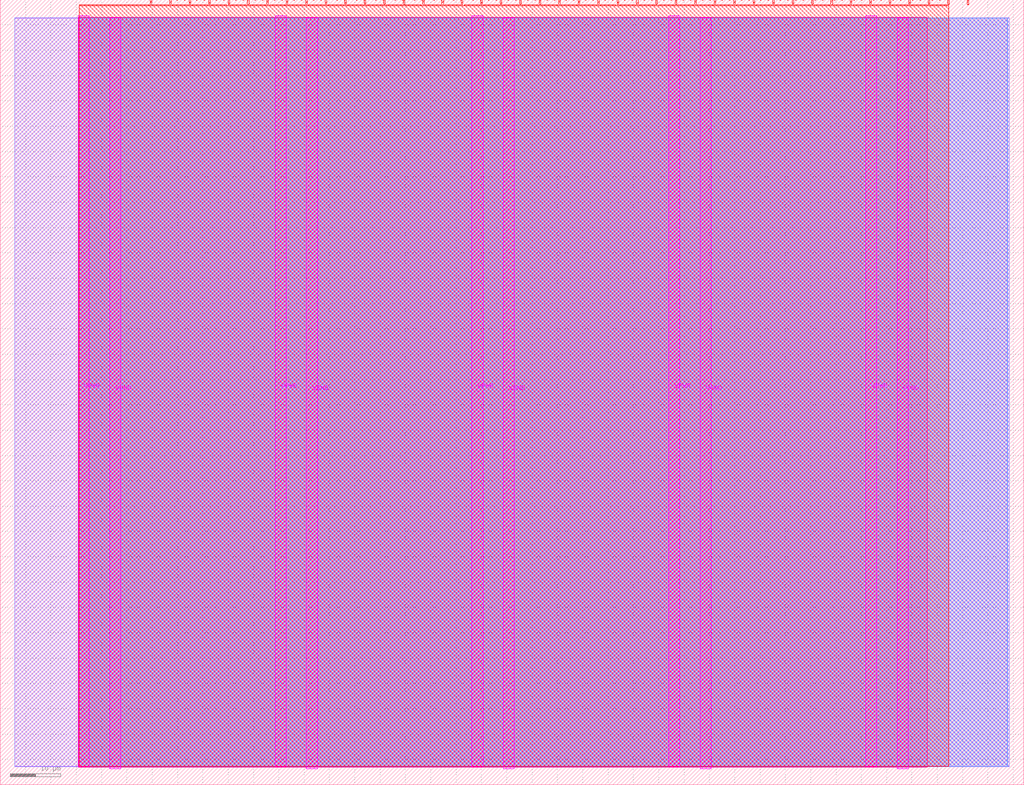
<source format=lef>
VERSION 5.7 ;
  NOWIREEXTENSIONATPIN ON ;
  DIVIDERCHAR "/" ;
  BUSBITCHARS "[]" ;
MACRO tt_um_tomolt_rasterizer
  CLASS BLOCK ;
  FOREIGN tt_um_tomolt_rasterizer ;
  ORIGIN 0.000 0.000 ;
  SIZE 202.080 BY 154.980 ;
  PIN VGND
    DIRECTION INOUT ;
    USE GROUND ;
    PORT
      LAYER TopMetal1 ;
        RECT 21.580 3.150 23.780 151.420 ;
    END
    PORT
      LAYER TopMetal1 ;
        RECT 60.450 3.150 62.650 151.420 ;
    END
    PORT
      LAYER TopMetal1 ;
        RECT 99.320 3.150 101.520 151.420 ;
    END
    PORT
      LAYER TopMetal1 ;
        RECT 138.190 3.150 140.390 151.420 ;
    END
    PORT
      LAYER TopMetal1 ;
        RECT 177.060 3.150 179.260 151.420 ;
    END
  END VGND
  PIN VPWR
    DIRECTION INOUT ;
    USE POWER ;
    PORT
      LAYER TopMetal1 ;
        RECT 15.380 3.560 17.580 151.830 ;
    END
    PORT
      LAYER TopMetal1 ;
        RECT 54.250 3.560 56.450 151.830 ;
    END
    PORT
      LAYER TopMetal1 ;
        RECT 93.120 3.560 95.320 151.830 ;
    END
    PORT
      LAYER TopMetal1 ;
        RECT 131.990 3.560 134.190 151.830 ;
    END
    PORT
      LAYER TopMetal1 ;
        RECT 170.860 3.560 173.060 151.830 ;
    END
  END VPWR
  PIN clk
    DIRECTION INPUT ;
    USE SIGNAL ;
    ANTENNAGATEAREA 0.725400 ;
    PORT
      LAYER Metal4 ;
        RECT 187.050 153.980 187.350 154.980 ;
    END
  END clk
  PIN ena
    DIRECTION INPUT ;
    USE SIGNAL ;
    PORT
      LAYER Metal4 ;
        RECT 190.890 153.980 191.190 154.980 ;
    END
  END ena
  PIN rst_n
    DIRECTION INPUT ;
    USE SIGNAL ;
    ANTENNAGATEAREA 0.213200 ;
    PORT
      LAYER Metal4 ;
        RECT 183.210 153.980 183.510 154.980 ;
    END
  END rst_n
  PIN ui_in[0]
    DIRECTION INPUT ;
    USE SIGNAL ;
    PORT
      LAYER Metal4 ;
        RECT 179.370 153.980 179.670 154.980 ;
    END
  END ui_in[0]
  PIN ui_in[1]
    DIRECTION INPUT ;
    USE SIGNAL ;
    PORT
      LAYER Metal4 ;
        RECT 175.530 153.980 175.830 154.980 ;
    END
  END ui_in[1]
  PIN ui_in[2]
    DIRECTION INPUT ;
    USE SIGNAL ;
    PORT
      LAYER Metal4 ;
        RECT 171.690 153.980 171.990 154.980 ;
    END
  END ui_in[2]
  PIN ui_in[3]
    DIRECTION INPUT ;
    USE SIGNAL ;
    PORT
      LAYER Metal4 ;
        RECT 167.850 153.980 168.150 154.980 ;
    END
  END ui_in[3]
  PIN ui_in[4]
    DIRECTION INPUT ;
    USE SIGNAL ;
    PORT
      LAYER Metal4 ;
        RECT 164.010 153.980 164.310 154.980 ;
    END
  END ui_in[4]
  PIN ui_in[5]
    DIRECTION INPUT ;
    USE SIGNAL ;
    PORT
      LAYER Metal4 ;
        RECT 160.170 153.980 160.470 154.980 ;
    END
  END ui_in[5]
  PIN ui_in[6]
    DIRECTION INPUT ;
    USE SIGNAL ;
    PORT
      LAYER Metal4 ;
        RECT 156.330 153.980 156.630 154.980 ;
    END
  END ui_in[6]
  PIN ui_in[7]
    DIRECTION INPUT ;
    USE SIGNAL ;
    PORT
      LAYER Metal4 ;
        RECT 152.490 153.980 152.790 154.980 ;
    END
  END ui_in[7]
  PIN uio_in[0]
    DIRECTION INPUT ;
    USE SIGNAL ;
    PORT
      LAYER Metal4 ;
        RECT 148.650 153.980 148.950 154.980 ;
    END
  END uio_in[0]
  PIN uio_in[1]
    DIRECTION INPUT ;
    USE SIGNAL ;
    PORT
      LAYER Metal4 ;
        RECT 144.810 153.980 145.110 154.980 ;
    END
  END uio_in[1]
  PIN uio_in[2]
    DIRECTION INPUT ;
    USE SIGNAL ;
    PORT
      LAYER Metal4 ;
        RECT 140.970 153.980 141.270 154.980 ;
    END
  END uio_in[2]
  PIN uio_in[3]
    DIRECTION INPUT ;
    USE SIGNAL ;
    PORT
      LAYER Metal4 ;
        RECT 137.130 153.980 137.430 154.980 ;
    END
  END uio_in[3]
  PIN uio_in[4]
    DIRECTION INPUT ;
    USE SIGNAL ;
    PORT
      LAYER Metal4 ;
        RECT 133.290 153.980 133.590 154.980 ;
    END
  END uio_in[4]
  PIN uio_in[5]
    DIRECTION INPUT ;
    USE SIGNAL ;
    PORT
      LAYER Metal4 ;
        RECT 129.450 153.980 129.750 154.980 ;
    END
  END uio_in[5]
  PIN uio_in[6]
    DIRECTION INPUT ;
    USE SIGNAL ;
    PORT
      LAYER Metal4 ;
        RECT 125.610 153.980 125.910 154.980 ;
    END
  END uio_in[6]
  PIN uio_in[7]
    DIRECTION INPUT ;
    USE SIGNAL ;
    PORT
      LAYER Metal4 ;
        RECT 121.770 153.980 122.070 154.980 ;
    END
  END uio_in[7]
  PIN uio_oe[0]
    DIRECTION OUTPUT ;
    USE SIGNAL ;
    ANTENNADIFFAREA 0.299200 ;
    PORT
      LAYER Metal4 ;
        RECT 56.490 153.980 56.790 154.980 ;
    END
  END uio_oe[0]
  PIN uio_oe[1]
    DIRECTION OUTPUT ;
    USE SIGNAL ;
    ANTENNADIFFAREA 0.299200 ;
    PORT
      LAYER Metal4 ;
        RECT 52.650 153.980 52.950 154.980 ;
    END
  END uio_oe[1]
  PIN uio_oe[2]
    DIRECTION OUTPUT ;
    USE SIGNAL ;
    ANTENNADIFFAREA 0.299200 ;
    PORT
      LAYER Metal4 ;
        RECT 48.810 153.980 49.110 154.980 ;
    END
  END uio_oe[2]
  PIN uio_oe[3]
    DIRECTION OUTPUT ;
    USE SIGNAL ;
    ANTENNADIFFAREA 0.299200 ;
    PORT
      LAYER Metal4 ;
        RECT 44.970 153.980 45.270 154.980 ;
    END
  END uio_oe[3]
  PIN uio_oe[4]
    DIRECTION OUTPUT ;
    USE SIGNAL ;
    ANTENNADIFFAREA 0.299200 ;
    PORT
      LAYER Metal4 ;
        RECT 41.130 153.980 41.430 154.980 ;
    END
  END uio_oe[4]
  PIN uio_oe[5]
    DIRECTION OUTPUT ;
    USE SIGNAL ;
    ANTENNADIFFAREA 0.299200 ;
    PORT
      LAYER Metal4 ;
        RECT 37.290 153.980 37.590 154.980 ;
    END
  END uio_oe[5]
  PIN uio_oe[6]
    DIRECTION OUTPUT ;
    USE SIGNAL ;
    ANTENNADIFFAREA 0.299200 ;
    PORT
      LAYER Metal4 ;
        RECT 33.450 153.980 33.750 154.980 ;
    END
  END uio_oe[6]
  PIN uio_oe[7]
    DIRECTION OUTPUT ;
    USE SIGNAL ;
    ANTENNADIFFAREA 0.299200 ;
    PORT
      LAYER Metal4 ;
        RECT 29.610 153.980 29.910 154.980 ;
    END
  END uio_oe[7]
  PIN uio_out[0]
    DIRECTION OUTPUT ;
    USE SIGNAL ;
    ANTENNADIFFAREA 0.299200 ;
    PORT
      LAYER Metal4 ;
        RECT 87.210 153.980 87.510 154.980 ;
    END
  END uio_out[0]
  PIN uio_out[1]
    DIRECTION OUTPUT ;
    USE SIGNAL ;
    ANTENNADIFFAREA 0.299200 ;
    PORT
      LAYER Metal4 ;
        RECT 83.370 153.980 83.670 154.980 ;
    END
  END uio_out[1]
  PIN uio_out[2]
    DIRECTION OUTPUT ;
    USE SIGNAL ;
    ANTENNADIFFAREA 0.299200 ;
    PORT
      LAYER Metal4 ;
        RECT 79.530 153.980 79.830 154.980 ;
    END
  END uio_out[2]
  PIN uio_out[3]
    DIRECTION OUTPUT ;
    USE SIGNAL ;
    ANTENNADIFFAREA 0.299200 ;
    PORT
      LAYER Metal4 ;
        RECT 75.690 153.980 75.990 154.980 ;
    END
  END uio_out[3]
  PIN uio_out[4]
    DIRECTION OUTPUT ;
    USE SIGNAL ;
    ANTENNADIFFAREA 0.299200 ;
    PORT
      LAYER Metal4 ;
        RECT 71.850 153.980 72.150 154.980 ;
    END
  END uio_out[4]
  PIN uio_out[5]
    DIRECTION OUTPUT ;
    USE SIGNAL ;
    ANTENNADIFFAREA 0.299200 ;
    PORT
      LAYER Metal4 ;
        RECT 68.010 153.980 68.310 154.980 ;
    END
  END uio_out[5]
  PIN uio_out[6]
    DIRECTION OUTPUT ;
    USE SIGNAL ;
    ANTENNADIFFAREA 0.299200 ;
    PORT
      LAYER Metal4 ;
        RECT 64.170 153.980 64.470 154.980 ;
    END
  END uio_out[6]
  PIN uio_out[7]
    DIRECTION OUTPUT ;
    USE SIGNAL ;
    ANTENNADIFFAREA 0.299200 ;
    PORT
      LAYER Metal4 ;
        RECT 60.330 153.980 60.630 154.980 ;
    END
  END uio_out[7]
  PIN uo_out[0]
    DIRECTION OUTPUT ;
    USE SIGNAL ;
    ANTENNADIFFAREA 0.708600 ;
    PORT
      LAYER Metal4 ;
        RECT 117.930 153.980 118.230 154.980 ;
    END
  END uo_out[0]
  PIN uo_out[1]
    DIRECTION OUTPUT ;
    USE SIGNAL ;
    ANTENNADIFFAREA 0.708600 ;
    PORT
      LAYER Metal4 ;
        RECT 114.090 153.980 114.390 154.980 ;
    END
  END uo_out[1]
  PIN uo_out[2]
    DIRECTION OUTPUT ;
    USE SIGNAL ;
    ANTENNADIFFAREA 0.299200 ;
    PORT
      LAYER Metal4 ;
        RECT 110.250 153.980 110.550 154.980 ;
    END
  END uo_out[2]
  PIN uo_out[3]
    DIRECTION OUTPUT ;
    USE SIGNAL ;
    ANTENNADIFFAREA 0.708600 ;
    PORT
      LAYER Metal4 ;
        RECT 106.410 153.980 106.710 154.980 ;
    END
  END uo_out[3]
  PIN uo_out[4]
    DIRECTION OUTPUT ;
    USE SIGNAL ;
    ANTENNAGATEAREA 0.373100 ;
    ANTENNADIFFAREA 1.550400 ;
    PORT
      LAYER Metal4 ;
        RECT 102.570 153.980 102.870 154.980 ;
    END
  END uo_out[4]
  PIN uo_out[5]
    DIRECTION OUTPUT ;
    USE SIGNAL ;
    ANTENNAGATEAREA 0.180700 ;
    ANTENNADIFFAREA 0.706800 ;
    PORT
      LAYER Metal4 ;
        RECT 98.730 153.980 99.030 154.980 ;
    END
  END uo_out[5]
  PIN uo_out[6]
    DIRECTION OUTPUT ;
    USE SIGNAL ;
    ANTENNADIFFAREA 0.299200 ;
    PORT
      LAYER Metal4 ;
        RECT 94.890 153.980 95.190 154.980 ;
    END
  END uo_out[6]
  PIN uo_out[7]
    DIRECTION OUTPUT ;
    USE SIGNAL ;
    ANTENNADIFFAREA 0.708600 ;
    PORT
      LAYER Metal4 ;
        RECT 91.050 153.980 91.350 154.980 ;
    END
  END uo_out[7]
  OBS
      LAYER GatPoly ;
        RECT 2.880 3.630 199.200 151.350 ;
      LAYER Metal1 ;
        RECT 2.880 3.560 199.200 151.420 ;
      LAYER Metal2 ;
        RECT 15.560 3.635 198.825 151.345 ;
      LAYER Metal3 ;
        RECT 15.515 3.680 198.865 151.300 ;
      LAYER Metal4 ;
        RECT 15.560 153.770 29.400 153.980 ;
        RECT 30.120 153.770 33.240 153.980 ;
        RECT 33.960 153.770 37.080 153.980 ;
        RECT 37.800 153.770 40.920 153.980 ;
        RECT 41.640 153.770 44.760 153.980 ;
        RECT 45.480 153.770 48.600 153.980 ;
        RECT 49.320 153.770 52.440 153.980 ;
        RECT 53.160 153.770 56.280 153.980 ;
        RECT 57.000 153.770 60.120 153.980 ;
        RECT 60.840 153.770 63.960 153.980 ;
        RECT 64.680 153.770 67.800 153.980 ;
        RECT 68.520 153.770 71.640 153.980 ;
        RECT 72.360 153.770 75.480 153.980 ;
        RECT 76.200 153.770 79.320 153.980 ;
        RECT 80.040 153.770 83.160 153.980 ;
        RECT 83.880 153.770 87.000 153.980 ;
        RECT 87.720 153.770 90.840 153.980 ;
        RECT 91.560 153.770 94.680 153.980 ;
        RECT 95.400 153.770 98.520 153.980 ;
        RECT 99.240 153.770 102.360 153.980 ;
        RECT 103.080 153.770 106.200 153.980 ;
        RECT 106.920 153.770 110.040 153.980 ;
        RECT 110.760 153.770 113.880 153.980 ;
        RECT 114.600 153.770 117.720 153.980 ;
        RECT 118.440 153.770 121.560 153.980 ;
        RECT 122.280 153.770 125.400 153.980 ;
        RECT 126.120 153.770 129.240 153.980 ;
        RECT 129.960 153.770 133.080 153.980 ;
        RECT 133.800 153.770 136.920 153.980 ;
        RECT 137.640 153.770 140.760 153.980 ;
        RECT 141.480 153.770 144.600 153.980 ;
        RECT 145.320 153.770 148.440 153.980 ;
        RECT 149.160 153.770 152.280 153.980 ;
        RECT 153.000 153.770 156.120 153.980 ;
        RECT 156.840 153.770 159.960 153.980 ;
        RECT 160.680 153.770 163.800 153.980 ;
        RECT 164.520 153.770 167.640 153.980 ;
        RECT 168.360 153.770 171.480 153.980 ;
        RECT 172.200 153.770 175.320 153.980 ;
        RECT 176.040 153.770 179.160 153.980 ;
        RECT 179.880 153.770 183.000 153.980 ;
        RECT 183.720 153.770 186.840 153.980 ;
        RECT 15.560 3.635 187.300 153.770 ;
      LAYER Metal5 ;
        RECT 15.515 3.470 183.025 151.510 ;
  END
END tt_um_tomolt_rasterizer
END LIBRARY


</source>
